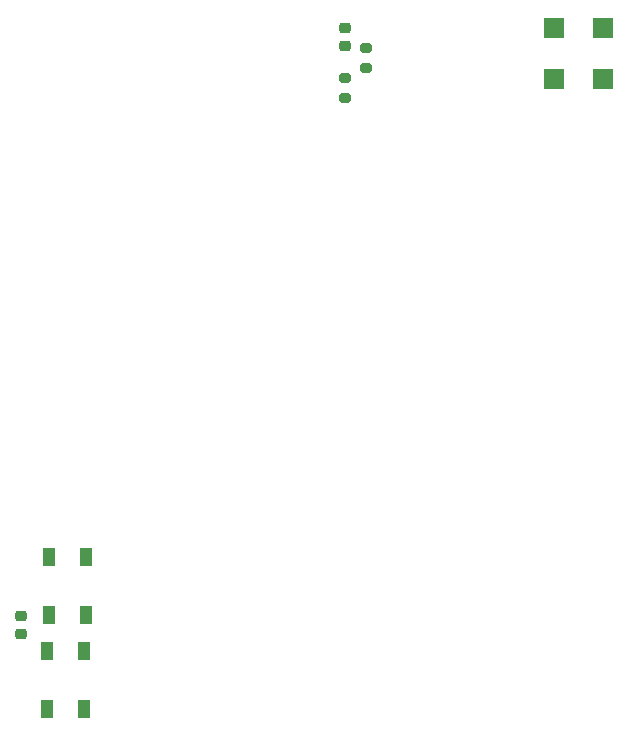
<source format=gbr>
%TF.GenerationSoftware,KiCad,Pcbnew,(6.0.7)*%
%TF.CreationDate,2023-03-09T00:13:32-05:00*%
%TF.ProjectId,board_one_teensy_22,626f6172-645f-46f6-9e65-5f7465656e73,rev?*%
%TF.SameCoordinates,Original*%
%TF.FileFunction,Paste,Top*%
%TF.FilePolarity,Positive*%
%FSLAX46Y46*%
G04 Gerber Fmt 4.6, Leading zero omitted, Abs format (unit mm)*
G04 Created by KiCad (PCBNEW (6.0.7)) date 2023-03-09 00:13:32*
%MOMM*%
%LPD*%
G01*
G04 APERTURE LIST*
G04 Aperture macros list*
%AMRoundRect*
0 Rectangle with rounded corners*
0 $1 Rounding radius*
0 $2 $3 $4 $5 $6 $7 $8 $9 X,Y pos of 4 corners*
0 Add a 4 corners polygon primitive as box body*
4,1,4,$2,$3,$4,$5,$6,$7,$8,$9,$2,$3,0*
0 Add four circle primitives for the rounded corners*
1,1,$1+$1,$2,$3*
1,1,$1+$1,$4,$5*
1,1,$1+$1,$6,$7*
1,1,$1+$1,$8,$9*
0 Add four rect primitives between the rounded corners*
20,1,$1+$1,$2,$3,$4,$5,0*
20,1,$1+$1,$4,$5,$6,$7,0*
20,1,$1+$1,$6,$7,$8,$9,0*
20,1,$1+$1,$8,$9,$2,$3,0*%
G04 Aperture macros list end*
%ADD10RoundRect,0.200000X0.275000X-0.200000X0.275000X0.200000X-0.275000X0.200000X-0.275000X-0.200000X0*%
%ADD11R,1.000000X1.500000*%
%ADD12RoundRect,0.225000X0.250000X-0.225000X0.250000X0.225000X-0.250000X0.225000X-0.250000X-0.225000X0*%
%ADD13RoundRect,0.225000X-0.250000X0.225000X-0.250000X-0.225000X0.250000X-0.225000X0.250000X0.225000X0*%
%ADD14R,1.800000X1.700000*%
%ADD15RoundRect,0.200000X-0.275000X0.200000X-0.275000X-0.200000X0.275000X-0.200000X0.275000X0.200000X0*%
G04 APERTURE END LIST*
D10*
%TO.C,R5*%
X142494000Y-66865000D03*
X142494000Y-65215000D03*
%TD*%
D11*
%TO.C,D5*%
X120640000Y-105780000D03*
X117440000Y-105780000D03*
X117440000Y-110680000D03*
X120640000Y-110680000D03*
%TD*%
%TO.C,D4*%
X120470000Y-113707500D03*
X117270000Y-113707500D03*
X117270000Y-118607500D03*
X120470000Y-118607500D03*
%TD*%
D12*
%TO.C,C2*%
X115062000Y-112281000D03*
X115062000Y-110731000D03*
%TD*%
D13*
%TO.C,C1*%
X142494000Y-60947000D03*
X142494000Y-62497000D03*
%TD*%
D14*
%TO.C,D1*%
X160256000Y-65278000D03*
X164356000Y-65278000D03*
%TD*%
D15*
%TO.C,R4*%
X144272000Y-62675000D03*
X144272000Y-64325000D03*
%TD*%
D14*
%TO.C,D2*%
X160256000Y-60960000D03*
X164356000Y-60960000D03*
%TD*%
M02*

</source>
